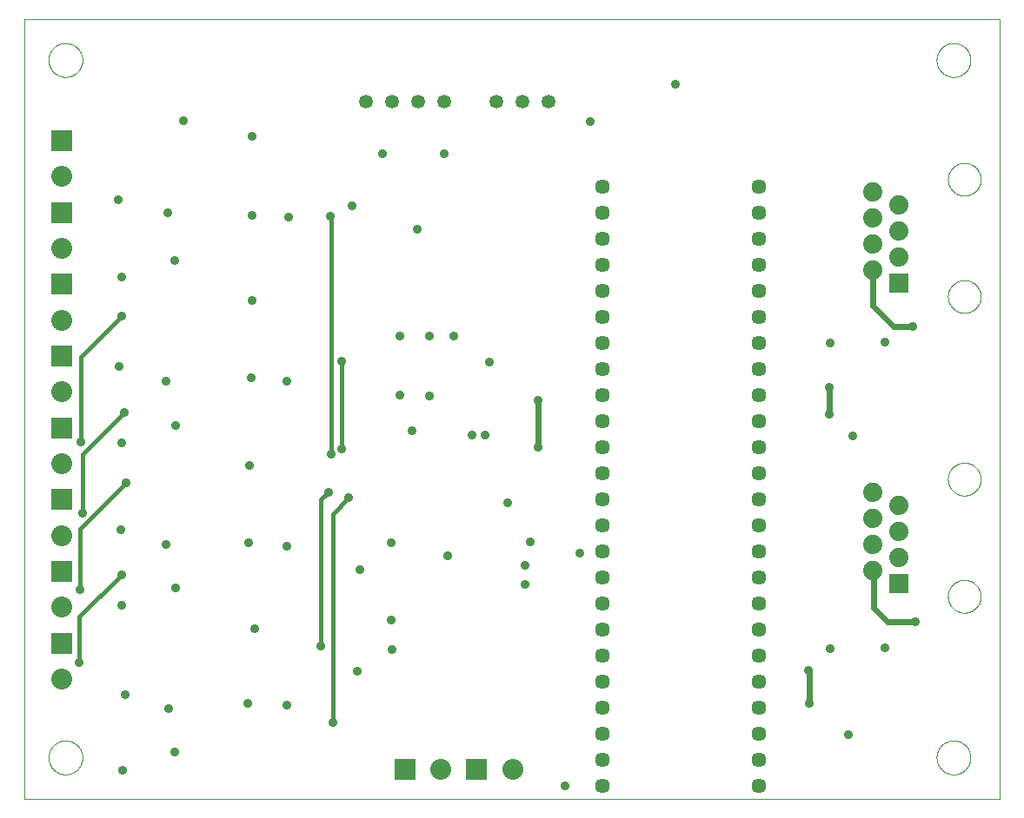
<source format=gbl>
G75*
%MOIN*%
%OFA0B0*%
%FSLAX25Y25*%
%IPPOS*%
%LPD*%
%AMOC8*
5,1,8,0,0,1.08239X$1,22.5*
%
%ADD10C,0.00000*%
%ADD11R,0.07400X0.07400*%
%ADD12C,0.07400*%
%ADD13C,0.03562*%
%ADD14R,0.08000X0.08000*%
%ADD15C,0.08000*%
%ADD16C,0.05700*%
%ADD17C,0.05315*%
%ADD18C,0.03543*%
%ADD19C,0.01600*%
%ADD20C,0.02400*%
D10*
X0001800Y0015403D02*
X0375816Y0015403D01*
X0375816Y0314615D01*
X0001800Y0314615D01*
X0001800Y0015403D01*
X0011048Y0031151D02*
X0011050Y0031312D01*
X0011056Y0031472D01*
X0011066Y0031633D01*
X0011080Y0031793D01*
X0011098Y0031953D01*
X0011119Y0032112D01*
X0011145Y0032271D01*
X0011175Y0032429D01*
X0011208Y0032586D01*
X0011246Y0032743D01*
X0011287Y0032898D01*
X0011332Y0033052D01*
X0011381Y0033205D01*
X0011434Y0033357D01*
X0011490Y0033508D01*
X0011551Y0033657D01*
X0011614Y0033805D01*
X0011682Y0033951D01*
X0011753Y0034095D01*
X0011827Y0034237D01*
X0011905Y0034378D01*
X0011987Y0034516D01*
X0012072Y0034653D01*
X0012160Y0034787D01*
X0012252Y0034919D01*
X0012347Y0035049D01*
X0012445Y0035177D01*
X0012546Y0035302D01*
X0012650Y0035424D01*
X0012757Y0035544D01*
X0012867Y0035661D01*
X0012980Y0035776D01*
X0013096Y0035887D01*
X0013215Y0035996D01*
X0013336Y0036101D01*
X0013460Y0036204D01*
X0013586Y0036304D01*
X0013714Y0036400D01*
X0013845Y0036493D01*
X0013979Y0036583D01*
X0014114Y0036670D01*
X0014252Y0036753D01*
X0014391Y0036833D01*
X0014533Y0036909D01*
X0014676Y0036982D01*
X0014821Y0037051D01*
X0014968Y0037117D01*
X0015116Y0037179D01*
X0015266Y0037237D01*
X0015417Y0037292D01*
X0015570Y0037343D01*
X0015724Y0037390D01*
X0015879Y0037433D01*
X0016035Y0037472D01*
X0016191Y0037508D01*
X0016349Y0037539D01*
X0016507Y0037567D01*
X0016666Y0037591D01*
X0016826Y0037611D01*
X0016986Y0037627D01*
X0017146Y0037639D01*
X0017307Y0037647D01*
X0017468Y0037651D01*
X0017628Y0037651D01*
X0017789Y0037647D01*
X0017950Y0037639D01*
X0018110Y0037627D01*
X0018270Y0037611D01*
X0018430Y0037591D01*
X0018589Y0037567D01*
X0018747Y0037539D01*
X0018905Y0037508D01*
X0019061Y0037472D01*
X0019217Y0037433D01*
X0019372Y0037390D01*
X0019526Y0037343D01*
X0019679Y0037292D01*
X0019830Y0037237D01*
X0019980Y0037179D01*
X0020128Y0037117D01*
X0020275Y0037051D01*
X0020420Y0036982D01*
X0020563Y0036909D01*
X0020705Y0036833D01*
X0020844Y0036753D01*
X0020982Y0036670D01*
X0021117Y0036583D01*
X0021251Y0036493D01*
X0021382Y0036400D01*
X0021510Y0036304D01*
X0021636Y0036204D01*
X0021760Y0036101D01*
X0021881Y0035996D01*
X0022000Y0035887D01*
X0022116Y0035776D01*
X0022229Y0035661D01*
X0022339Y0035544D01*
X0022446Y0035424D01*
X0022550Y0035302D01*
X0022651Y0035177D01*
X0022749Y0035049D01*
X0022844Y0034919D01*
X0022936Y0034787D01*
X0023024Y0034653D01*
X0023109Y0034516D01*
X0023191Y0034378D01*
X0023269Y0034237D01*
X0023343Y0034095D01*
X0023414Y0033951D01*
X0023482Y0033805D01*
X0023545Y0033657D01*
X0023606Y0033508D01*
X0023662Y0033357D01*
X0023715Y0033205D01*
X0023764Y0033052D01*
X0023809Y0032898D01*
X0023850Y0032743D01*
X0023888Y0032586D01*
X0023921Y0032429D01*
X0023951Y0032271D01*
X0023977Y0032112D01*
X0023998Y0031953D01*
X0024016Y0031793D01*
X0024030Y0031633D01*
X0024040Y0031472D01*
X0024046Y0031312D01*
X0024048Y0031151D01*
X0024046Y0030990D01*
X0024040Y0030830D01*
X0024030Y0030669D01*
X0024016Y0030509D01*
X0023998Y0030349D01*
X0023977Y0030190D01*
X0023951Y0030031D01*
X0023921Y0029873D01*
X0023888Y0029716D01*
X0023850Y0029559D01*
X0023809Y0029404D01*
X0023764Y0029250D01*
X0023715Y0029097D01*
X0023662Y0028945D01*
X0023606Y0028794D01*
X0023545Y0028645D01*
X0023482Y0028497D01*
X0023414Y0028351D01*
X0023343Y0028207D01*
X0023269Y0028065D01*
X0023191Y0027924D01*
X0023109Y0027786D01*
X0023024Y0027649D01*
X0022936Y0027515D01*
X0022844Y0027383D01*
X0022749Y0027253D01*
X0022651Y0027125D01*
X0022550Y0027000D01*
X0022446Y0026878D01*
X0022339Y0026758D01*
X0022229Y0026641D01*
X0022116Y0026526D01*
X0022000Y0026415D01*
X0021881Y0026306D01*
X0021760Y0026201D01*
X0021636Y0026098D01*
X0021510Y0025998D01*
X0021382Y0025902D01*
X0021251Y0025809D01*
X0021117Y0025719D01*
X0020982Y0025632D01*
X0020844Y0025549D01*
X0020705Y0025469D01*
X0020563Y0025393D01*
X0020420Y0025320D01*
X0020275Y0025251D01*
X0020128Y0025185D01*
X0019980Y0025123D01*
X0019830Y0025065D01*
X0019679Y0025010D01*
X0019526Y0024959D01*
X0019372Y0024912D01*
X0019217Y0024869D01*
X0019061Y0024830D01*
X0018905Y0024794D01*
X0018747Y0024763D01*
X0018589Y0024735D01*
X0018430Y0024711D01*
X0018270Y0024691D01*
X0018110Y0024675D01*
X0017950Y0024663D01*
X0017789Y0024655D01*
X0017628Y0024651D01*
X0017468Y0024651D01*
X0017307Y0024655D01*
X0017146Y0024663D01*
X0016986Y0024675D01*
X0016826Y0024691D01*
X0016666Y0024711D01*
X0016507Y0024735D01*
X0016349Y0024763D01*
X0016191Y0024794D01*
X0016035Y0024830D01*
X0015879Y0024869D01*
X0015724Y0024912D01*
X0015570Y0024959D01*
X0015417Y0025010D01*
X0015266Y0025065D01*
X0015116Y0025123D01*
X0014968Y0025185D01*
X0014821Y0025251D01*
X0014676Y0025320D01*
X0014533Y0025393D01*
X0014391Y0025469D01*
X0014252Y0025549D01*
X0014114Y0025632D01*
X0013979Y0025719D01*
X0013845Y0025809D01*
X0013714Y0025902D01*
X0013586Y0025998D01*
X0013460Y0026098D01*
X0013336Y0026201D01*
X0013215Y0026306D01*
X0013096Y0026415D01*
X0012980Y0026526D01*
X0012867Y0026641D01*
X0012757Y0026758D01*
X0012650Y0026878D01*
X0012546Y0027000D01*
X0012445Y0027125D01*
X0012347Y0027253D01*
X0012252Y0027383D01*
X0012160Y0027515D01*
X0012072Y0027649D01*
X0011987Y0027786D01*
X0011905Y0027924D01*
X0011827Y0028065D01*
X0011753Y0028207D01*
X0011682Y0028351D01*
X0011614Y0028497D01*
X0011551Y0028645D01*
X0011490Y0028794D01*
X0011434Y0028945D01*
X0011381Y0029097D01*
X0011332Y0029250D01*
X0011287Y0029404D01*
X0011246Y0029559D01*
X0011208Y0029716D01*
X0011175Y0029873D01*
X0011145Y0030031D01*
X0011119Y0030190D01*
X0011098Y0030349D01*
X0011080Y0030509D01*
X0011066Y0030669D01*
X0011056Y0030830D01*
X0011050Y0030990D01*
X0011048Y0031151D01*
X0011048Y0298867D02*
X0011050Y0299028D01*
X0011056Y0299188D01*
X0011066Y0299349D01*
X0011080Y0299509D01*
X0011098Y0299669D01*
X0011119Y0299828D01*
X0011145Y0299987D01*
X0011175Y0300145D01*
X0011208Y0300302D01*
X0011246Y0300459D01*
X0011287Y0300614D01*
X0011332Y0300768D01*
X0011381Y0300921D01*
X0011434Y0301073D01*
X0011490Y0301224D01*
X0011551Y0301373D01*
X0011614Y0301521D01*
X0011682Y0301667D01*
X0011753Y0301811D01*
X0011827Y0301953D01*
X0011905Y0302094D01*
X0011987Y0302232D01*
X0012072Y0302369D01*
X0012160Y0302503D01*
X0012252Y0302635D01*
X0012347Y0302765D01*
X0012445Y0302893D01*
X0012546Y0303018D01*
X0012650Y0303140D01*
X0012757Y0303260D01*
X0012867Y0303377D01*
X0012980Y0303492D01*
X0013096Y0303603D01*
X0013215Y0303712D01*
X0013336Y0303817D01*
X0013460Y0303920D01*
X0013586Y0304020D01*
X0013714Y0304116D01*
X0013845Y0304209D01*
X0013979Y0304299D01*
X0014114Y0304386D01*
X0014252Y0304469D01*
X0014391Y0304549D01*
X0014533Y0304625D01*
X0014676Y0304698D01*
X0014821Y0304767D01*
X0014968Y0304833D01*
X0015116Y0304895D01*
X0015266Y0304953D01*
X0015417Y0305008D01*
X0015570Y0305059D01*
X0015724Y0305106D01*
X0015879Y0305149D01*
X0016035Y0305188D01*
X0016191Y0305224D01*
X0016349Y0305255D01*
X0016507Y0305283D01*
X0016666Y0305307D01*
X0016826Y0305327D01*
X0016986Y0305343D01*
X0017146Y0305355D01*
X0017307Y0305363D01*
X0017468Y0305367D01*
X0017628Y0305367D01*
X0017789Y0305363D01*
X0017950Y0305355D01*
X0018110Y0305343D01*
X0018270Y0305327D01*
X0018430Y0305307D01*
X0018589Y0305283D01*
X0018747Y0305255D01*
X0018905Y0305224D01*
X0019061Y0305188D01*
X0019217Y0305149D01*
X0019372Y0305106D01*
X0019526Y0305059D01*
X0019679Y0305008D01*
X0019830Y0304953D01*
X0019980Y0304895D01*
X0020128Y0304833D01*
X0020275Y0304767D01*
X0020420Y0304698D01*
X0020563Y0304625D01*
X0020705Y0304549D01*
X0020844Y0304469D01*
X0020982Y0304386D01*
X0021117Y0304299D01*
X0021251Y0304209D01*
X0021382Y0304116D01*
X0021510Y0304020D01*
X0021636Y0303920D01*
X0021760Y0303817D01*
X0021881Y0303712D01*
X0022000Y0303603D01*
X0022116Y0303492D01*
X0022229Y0303377D01*
X0022339Y0303260D01*
X0022446Y0303140D01*
X0022550Y0303018D01*
X0022651Y0302893D01*
X0022749Y0302765D01*
X0022844Y0302635D01*
X0022936Y0302503D01*
X0023024Y0302369D01*
X0023109Y0302232D01*
X0023191Y0302094D01*
X0023269Y0301953D01*
X0023343Y0301811D01*
X0023414Y0301667D01*
X0023482Y0301521D01*
X0023545Y0301373D01*
X0023606Y0301224D01*
X0023662Y0301073D01*
X0023715Y0300921D01*
X0023764Y0300768D01*
X0023809Y0300614D01*
X0023850Y0300459D01*
X0023888Y0300302D01*
X0023921Y0300145D01*
X0023951Y0299987D01*
X0023977Y0299828D01*
X0023998Y0299669D01*
X0024016Y0299509D01*
X0024030Y0299349D01*
X0024040Y0299188D01*
X0024046Y0299028D01*
X0024048Y0298867D01*
X0024046Y0298706D01*
X0024040Y0298546D01*
X0024030Y0298385D01*
X0024016Y0298225D01*
X0023998Y0298065D01*
X0023977Y0297906D01*
X0023951Y0297747D01*
X0023921Y0297589D01*
X0023888Y0297432D01*
X0023850Y0297275D01*
X0023809Y0297120D01*
X0023764Y0296966D01*
X0023715Y0296813D01*
X0023662Y0296661D01*
X0023606Y0296510D01*
X0023545Y0296361D01*
X0023482Y0296213D01*
X0023414Y0296067D01*
X0023343Y0295923D01*
X0023269Y0295781D01*
X0023191Y0295640D01*
X0023109Y0295502D01*
X0023024Y0295365D01*
X0022936Y0295231D01*
X0022844Y0295099D01*
X0022749Y0294969D01*
X0022651Y0294841D01*
X0022550Y0294716D01*
X0022446Y0294594D01*
X0022339Y0294474D01*
X0022229Y0294357D01*
X0022116Y0294242D01*
X0022000Y0294131D01*
X0021881Y0294022D01*
X0021760Y0293917D01*
X0021636Y0293814D01*
X0021510Y0293714D01*
X0021382Y0293618D01*
X0021251Y0293525D01*
X0021117Y0293435D01*
X0020982Y0293348D01*
X0020844Y0293265D01*
X0020705Y0293185D01*
X0020563Y0293109D01*
X0020420Y0293036D01*
X0020275Y0292967D01*
X0020128Y0292901D01*
X0019980Y0292839D01*
X0019830Y0292781D01*
X0019679Y0292726D01*
X0019526Y0292675D01*
X0019372Y0292628D01*
X0019217Y0292585D01*
X0019061Y0292546D01*
X0018905Y0292510D01*
X0018747Y0292479D01*
X0018589Y0292451D01*
X0018430Y0292427D01*
X0018270Y0292407D01*
X0018110Y0292391D01*
X0017950Y0292379D01*
X0017789Y0292371D01*
X0017628Y0292367D01*
X0017468Y0292367D01*
X0017307Y0292371D01*
X0017146Y0292379D01*
X0016986Y0292391D01*
X0016826Y0292407D01*
X0016666Y0292427D01*
X0016507Y0292451D01*
X0016349Y0292479D01*
X0016191Y0292510D01*
X0016035Y0292546D01*
X0015879Y0292585D01*
X0015724Y0292628D01*
X0015570Y0292675D01*
X0015417Y0292726D01*
X0015266Y0292781D01*
X0015116Y0292839D01*
X0014968Y0292901D01*
X0014821Y0292967D01*
X0014676Y0293036D01*
X0014533Y0293109D01*
X0014391Y0293185D01*
X0014252Y0293265D01*
X0014114Y0293348D01*
X0013979Y0293435D01*
X0013845Y0293525D01*
X0013714Y0293618D01*
X0013586Y0293714D01*
X0013460Y0293814D01*
X0013336Y0293917D01*
X0013215Y0294022D01*
X0013096Y0294131D01*
X0012980Y0294242D01*
X0012867Y0294357D01*
X0012757Y0294474D01*
X0012650Y0294594D01*
X0012546Y0294716D01*
X0012445Y0294841D01*
X0012347Y0294969D01*
X0012252Y0295099D01*
X0012160Y0295231D01*
X0012072Y0295365D01*
X0011987Y0295502D01*
X0011905Y0295640D01*
X0011827Y0295781D01*
X0011753Y0295923D01*
X0011682Y0296067D01*
X0011614Y0296213D01*
X0011551Y0296361D01*
X0011490Y0296510D01*
X0011434Y0296661D01*
X0011381Y0296813D01*
X0011332Y0296966D01*
X0011287Y0297120D01*
X0011246Y0297275D01*
X0011208Y0297432D01*
X0011175Y0297589D01*
X0011145Y0297747D01*
X0011119Y0297906D01*
X0011098Y0298065D01*
X0011080Y0298225D01*
X0011066Y0298385D01*
X0011056Y0298546D01*
X0011050Y0298706D01*
X0011048Y0298867D01*
X0351599Y0298867D02*
X0351601Y0299028D01*
X0351607Y0299188D01*
X0351617Y0299349D01*
X0351631Y0299509D01*
X0351649Y0299669D01*
X0351670Y0299828D01*
X0351696Y0299987D01*
X0351726Y0300145D01*
X0351759Y0300302D01*
X0351797Y0300459D01*
X0351838Y0300614D01*
X0351883Y0300768D01*
X0351932Y0300921D01*
X0351985Y0301073D01*
X0352041Y0301224D01*
X0352102Y0301373D01*
X0352165Y0301521D01*
X0352233Y0301667D01*
X0352304Y0301811D01*
X0352378Y0301953D01*
X0352456Y0302094D01*
X0352538Y0302232D01*
X0352623Y0302369D01*
X0352711Y0302503D01*
X0352803Y0302635D01*
X0352898Y0302765D01*
X0352996Y0302893D01*
X0353097Y0303018D01*
X0353201Y0303140D01*
X0353308Y0303260D01*
X0353418Y0303377D01*
X0353531Y0303492D01*
X0353647Y0303603D01*
X0353766Y0303712D01*
X0353887Y0303817D01*
X0354011Y0303920D01*
X0354137Y0304020D01*
X0354265Y0304116D01*
X0354396Y0304209D01*
X0354530Y0304299D01*
X0354665Y0304386D01*
X0354803Y0304469D01*
X0354942Y0304549D01*
X0355084Y0304625D01*
X0355227Y0304698D01*
X0355372Y0304767D01*
X0355519Y0304833D01*
X0355667Y0304895D01*
X0355817Y0304953D01*
X0355968Y0305008D01*
X0356121Y0305059D01*
X0356275Y0305106D01*
X0356430Y0305149D01*
X0356586Y0305188D01*
X0356742Y0305224D01*
X0356900Y0305255D01*
X0357058Y0305283D01*
X0357217Y0305307D01*
X0357377Y0305327D01*
X0357537Y0305343D01*
X0357697Y0305355D01*
X0357858Y0305363D01*
X0358019Y0305367D01*
X0358179Y0305367D01*
X0358340Y0305363D01*
X0358501Y0305355D01*
X0358661Y0305343D01*
X0358821Y0305327D01*
X0358981Y0305307D01*
X0359140Y0305283D01*
X0359298Y0305255D01*
X0359456Y0305224D01*
X0359612Y0305188D01*
X0359768Y0305149D01*
X0359923Y0305106D01*
X0360077Y0305059D01*
X0360230Y0305008D01*
X0360381Y0304953D01*
X0360531Y0304895D01*
X0360679Y0304833D01*
X0360826Y0304767D01*
X0360971Y0304698D01*
X0361114Y0304625D01*
X0361256Y0304549D01*
X0361395Y0304469D01*
X0361533Y0304386D01*
X0361668Y0304299D01*
X0361802Y0304209D01*
X0361933Y0304116D01*
X0362061Y0304020D01*
X0362187Y0303920D01*
X0362311Y0303817D01*
X0362432Y0303712D01*
X0362551Y0303603D01*
X0362667Y0303492D01*
X0362780Y0303377D01*
X0362890Y0303260D01*
X0362997Y0303140D01*
X0363101Y0303018D01*
X0363202Y0302893D01*
X0363300Y0302765D01*
X0363395Y0302635D01*
X0363487Y0302503D01*
X0363575Y0302369D01*
X0363660Y0302232D01*
X0363742Y0302094D01*
X0363820Y0301953D01*
X0363894Y0301811D01*
X0363965Y0301667D01*
X0364033Y0301521D01*
X0364096Y0301373D01*
X0364157Y0301224D01*
X0364213Y0301073D01*
X0364266Y0300921D01*
X0364315Y0300768D01*
X0364360Y0300614D01*
X0364401Y0300459D01*
X0364439Y0300302D01*
X0364472Y0300145D01*
X0364502Y0299987D01*
X0364528Y0299828D01*
X0364549Y0299669D01*
X0364567Y0299509D01*
X0364581Y0299349D01*
X0364591Y0299188D01*
X0364597Y0299028D01*
X0364599Y0298867D01*
X0364597Y0298706D01*
X0364591Y0298546D01*
X0364581Y0298385D01*
X0364567Y0298225D01*
X0364549Y0298065D01*
X0364528Y0297906D01*
X0364502Y0297747D01*
X0364472Y0297589D01*
X0364439Y0297432D01*
X0364401Y0297275D01*
X0364360Y0297120D01*
X0364315Y0296966D01*
X0364266Y0296813D01*
X0364213Y0296661D01*
X0364157Y0296510D01*
X0364096Y0296361D01*
X0364033Y0296213D01*
X0363965Y0296067D01*
X0363894Y0295923D01*
X0363820Y0295781D01*
X0363742Y0295640D01*
X0363660Y0295502D01*
X0363575Y0295365D01*
X0363487Y0295231D01*
X0363395Y0295099D01*
X0363300Y0294969D01*
X0363202Y0294841D01*
X0363101Y0294716D01*
X0362997Y0294594D01*
X0362890Y0294474D01*
X0362780Y0294357D01*
X0362667Y0294242D01*
X0362551Y0294131D01*
X0362432Y0294022D01*
X0362311Y0293917D01*
X0362187Y0293814D01*
X0362061Y0293714D01*
X0361933Y0293618D01*
X0361802Y0293525D01*
X0361668Y0293435D01*
X0361533Y0293348D01*
X0361395Y0293265D01*
X0361256Y0293185D01*
X0361114Y0293109D01*
X0360971Y0293036D01*
X0360826Y0292967D01*
X0360679Y0292901D01*
X0360531Y0292839D01*
X0360381Y0292781D01*
X0360230Y0292726D01*
X0360077Y0292675D01*
X0359923Y0292628D01*
X0359768Y0292585D01*
X0359612Y0292546D01*
X0359456Y0292510D01*
X0359298Y0292479D01*
X0359140Y0292451D01*
X0358981Y0292427D01*
X0358821Y0292407D01*
X0358661Y0292391D01*
X0358501Y0292379D01*
X0358340Y0292371D01*
X0358179Y0292367D01*
X0358019Y0292367D01*
X0357858Y0292371D01*
X0357697Y0292379D01*
X0357537Y0292391D01*
X0357377Y0292407D01*
X0357217Y0292427D01*
X0357058Y0292451D01*
X0356900Y0292479D01*
X0356742Y0292510D01*
X0356586Y0292546D01*
X0356430Y0292585D01*
X0356275Y0292628D01*
X0356121Y0292675D01*
X0355968Y0292726D01*
X0355817Y0292781D01*
X0355667Y0292839D01*
X0355519Y0292901D01*
X0355372Y0292967D01*
X0355227Y0293036D01*
X0355084Y0293109D01*
X0354942Y0293185D01*
X0354803Y0293265D01*
X0354665Y0293348D01*
X0354530Y0293435D01*
X0354396Y0293525D01*
X0354265Y0293618D01*
X0354137Y0293714D01*
X0354011Y0293814D01*
X0353887Y0293917D01*
X0353766Y0294022D01*
X0353647Y0294131D01*
X0353531Y0294242D01*
X0353418Y0294357D01*
X0353308Y0294474D01*
X0353201Y0294594D01*
X0353097Y0294716D01*
X0352996Y0294841D01*
X0352898Y0294969D01*
X0352803Y0295099D01*
X0352711Y0295231D01*
X0352623Y0295365D01*
X0352538Y0295502D01*
X0352456Y0295640D01*
X0352378Y0295781D01*
X0352304Y0295923D01*
X0352233Y0296067D01*
X0352165Y0296213D01*
X0352102Y0296361D01*
X0352041Y0296510D01*
X0351985Y0296661D01*
X0351932Y0296813D01*
X0351883Y0296966D01*
X0351838Y0297120D01*
X0351797Y0297275D01*
X0351759Y0297432D01*
X0351726Y0297589D01*
X0351696Y0297747D01*
X0351670Y0297906D01*
X0351649Y0298065D01*
X0351631Y0298225D01*
X0351617Y0298385D01*
X0351607Y0298546D01*
X0351601Y0298706D01*
X0351599Y0298867D01*
X0355934Y0253100D02*
X0355936Y0253258D01*
X0355942Y0253416D01*
X0355952Y0253574D01*
X0355966Y0253732D01*
X0355984Y0253889D01*
X0356005Y0254046D01*
X0356031Y0254202D01*
X0356061Y0254358D01*
X0356094Y0254513D01*
X0356132Y0254666D01*
X0356173Y0254819D01*
X0356218Y0254971D01*
X0356267Y0255122D01*
X0356320Y0255271D01*
X0356376Y0255419D01*
X0356436Y0255565D01*
X0356500Y0255710D01*
X0356568Y0255853D01*
X0356639Y0255995D01*
X0356713Y0256135D01*
X0356791Y0256272D01*
X0356873Y0256408D01*
X0356957Y0256542D01*
X0357046Y0256673D01*
X0357137Y0256802D01*
X0357232Y0256929D01*
X0357329Y0257054D01*
X0357430Y0257176D01*
X0357534Y0257295D01*
X0357641Y0257412D01*
X0357751Y0257526D01*
X0357864Y0257637D01*
X0357979Y0257746D01*
X0358097Y0257851D01*
X0358218Y0257953D01*
X0358341Y0258053D01*
X0358467Y0258149D01*
X0358595Y0258242D01*
X0358725Y0258332D01*
X0358858Y0258418D01*
X0358993Y0258502D01*
X0359129Y0258581D01*
X0359268Y0258658D01*
X0359409Y0258730D01*
X0359551Y0258800D01*
X0359695Y0258865D01*
X0359841Y0258927D01*
X0359988Y0258985D01*
X0360137Y0259040D01*
X0360287Y0259091D01*
X0360438Y0259138D01*
X0360590Y0259181D01*
X0360743Y0259220D01*
X0360898Y0259256D01*
X0361053Y0259287D01*
X0361209Y0259315D01*
X0361365Y0259339D01*
X0361522Y0259359D01*
X0361680Y0259375D01*
X0361837Y0259387D01*
X0361996Y0259395D01*
X0362154Y0259399D01*
X0362312Y0259399D01*
X0362470Y0259395D01*
X0362629Y0259387D01*
X0362786Y0259375D01*
X0362944Y0259359D01*
X0363101Y0259339D01*
X0363257Y0259315D01*
X0363413Y0259287D01*
X0363568Y0259256D01*
X0363723Y0259220D01*
X0363876Y0259181D01*
X0364028Y0259138D01*
X0364179Y0259091D01*
X0364329Y0259040D01*
X0364478Y0258985D01*
X0364625Y0258927D01*
X0364771Y0258865D01*
X0364915Y0258800D01*
X0365057Y0258730D01*
X0365198Y0258658D01*
X0365337Y0258581D01*
X0365473Y0258502D01*
X0365608Y0258418D01*
X0365741Y0258332D01*
X0365871Y0258242D01*
X0365999Y0258149D01*
X0366125Y0258053D01*
X0366248Y0257953D01*
X0366369Y0257851D01*
X0366487Y0257746D01*
X0366602Y0257637D01*
X0366715Y0257526D01*
X0366825Y0257412D01*
X0366932Y0257295D01*
X0367036Y0257176D01*
X0367137Y0257054D01*
X0367234Y0256929D01*
X0367329Y0256802D01*
X0367420Y0256673D01*
X0367509Y0256542D01*
X0367593Y0256408D01*
X0367675Y0256272D01*
X0367753Y0256135D01*
X0367827Y0255995D01*
X0367898Y0255853D01*
X0367966Y0255710D01*
X0368030Y0255565D01*
X0368090Y0255419D01*
X0368146Y0255271D01*
X0368199Y0255122D01*
X0368248Y0254971D01*
X0368293Y0254819D01*
X0368334Y0254666D01*
X0368372Y0254513D01*
X0368405Y0254358D01*
X0368435Y0254202D01*
X0368461Y0254046D01*
X0368482Y0253889D01*
X0368500Y0253732D01*
X0368514Y0253574D01*
X0368524Y0253416D01*
X0368530Y0253258D01*
X0368532Y0253100D01*
X0368530Y0252942D01*
X0368524Y0252784D01*
X0368514Y0252626D01*
X0368500Y0252468D01*
X0368482Y0252311D01*
X0368461Y0252154D01*
X0368435Y0251998D01*
X0368405Y0251842D01*
X0368372Y0251687D01*
X0368334Y0251534D01*
X0368293Y0251381D01*
X0368248Y0251229D01*
X0368199Y0251078D01*
X0368146Y0250929D01*
X0368090Y0250781D01*
X0368030Y0250635D01*
X0367966Y0250490D01*
X0367898Y0250347D01*
X0367827Y0250205D01*
X0367753Y0250065D01*
X0367675Y0249928D01*
X0367593Y0249792D01*
X0367509Y0249658D01*
X0367420Y0249527D01*
X0367329Y0249398D01*
X0367234Y0249271D01*
X0367137Y0249146D01*
X0367036Y0249024D01*
X0366932Y0248905D01*
X0366825Y0248788D01*
X0366715Y0248674D01*
X0366602Y0248563D01*
X0366487Y0248454D01*
X0366369Y0248349D01*
X0366248Y0248247D01*
X0366125Y0248147D01*
X0365999Y0248051D01*
X0365871Y0247958D01*
X0365741Y0247868D01*
X0365608Y0247782D01*
X0365473Y0247698D01*
X0365337Y0247619D01*
X0365198Y0247542D01*
X0365057Y0247470D01*
X0364915Y0247400D01*
X0364771Y0247335D01*
X0364625Y0247273D01*
X0364478Y0247215D01*
X0364329Y0247160D01*
X0364179Y0247109D01*
X0364028Y0247062D01*
X0363876Y0247019D01*
X0363723Y0246980D01*
X0363568Y0246944D01*
X0363413Y0246913D01*
X0363257Y0246885D01*
X0363101Y0246861D01*
X0362944Y0246841D01*
X0362786Y0246825D01*
X0362629Y0246813D01*
X0362470Y0246805D01*
X0362312Y0246801D01*
X0362154Y0246801D01*
X0361996Y0246805D01*
X0361837Y0246813D01*
X0361680Y0246825D01*
X0361522Y0246841D01*
X0361365Y0246861D01*
X0361209Y0246885D01*
X0361053Y0246913D01*
X0360898Y0246944D01*
X0360743Y0246980D01*
X0360590Y0247019D01*
X0360438Y0247062D01*
X0360287Y0247109D01*
X0360137Y0247160D01*
X0359988Y0247215D01*
X0359841Y0247273D01*
X0359695Y0247335D01*
X0359551Y0247400D01*
X0359409Y0247470D01*
X0359268Y0247542D01*
X0359129Y0247619D01*
X0358993Y0247698D01*
X0358858Y0247782D01*
X0358725Y0247868D01*
X0358595Y0247958D01*
X0358467Y0248051D01*
X0358341Y0248147D01*
X0358218Y0248247D01*
X0358097Y0248349D01*
X0357979Y0248454D01*
X0357864Y0248563D01*
X0357751Y0248674D01*
X0357641Y0248788D01*
X0357534Y0248905D01*
X0357430Y0249024D01*
X0357329Y0249146D01*
X0357232Y0249271D01*
X0357137Y0249398D01*
X0357046Y0249527D01*
X0356957Y0249658D01*
X0356873Y0249792D01*
X0356791Y0249928D01*
X0356713Y0250065D01*
X0356639Y0250205D01*
X0356568Y0250347D01*
X0356500Y0250490D01*
X0356436Y0250635D01*
X0356376Y0250781D01*
X0356320Y0250929D01*
X0356267Y0251078D01*
X0356218Y0251229D01*
X0356173Y0251381D01*
X0356132Y0251534D01*
X0356094Y0251687D01*
X0356061Y0251842D01*
X0356031Y0251998D01*
X0356005Y0252154D01*
X0355984Y0252311D01*
X0355966Y0252468D01*
X0355952Y0252626D01*
X0355942Y0252784D01*
X0355936Y0252942D01*
X0355934Y0253100D01*
X0355934Y0208100D02*
X0355936Y0208258D01*
X0355942Y0208416D01*
X0355952Y0208574D01*
X0355966Y0208732D01*
X0355984Y0208889D01*
X0356005Y0209046D01*
X0356031Y0209202D01*
X0356061Y0209358D01*
X0356094Y0209513D01*
X0356132Y0209666D01*
X0356173Y0209819D01*
X0356218Y0209971D01*
X0356267Y0210122D01*
X0356320Y0210271D01*
X0356376Y0210419D01*
X0356436Y0210565D01*
X0356500Y0210710D01*
X0356568Y0210853D01*
X0356639Y0210995D01*
X0356713Y0211135D01*
X0356791Y0211272D01*
X0356873Y0211408D01*
X0356957Y0211542D01*
X0357046Y0211673D01*
X0357137Y0211802D01*
X0357232Y0211929D01*
X0357329Y0212054D01*
X0357430Y0212176D01*
X0357534Y0212295D01*
X0357641Y0212412D01*
X0357751Y0212526D01*
X0357864Y0212637D01*
X0357979Y0212746D01*
X0358097Y0212851D01*
X0358218Y0212953D01*
X0358341Y0213053D01*
X0358467Y0213149D01*
X0358595Y0213242D01*
X0358725Y0213332D01*
X0358858Y0213418D01*
X0358993Y0213502D01*
X0359129Y0213581D01*
X0359268Y0213658D01*
X0359409Y0213730D01*
X0359551Y0213800D01*
X0359695Y0213865D01*
X0359841Y0213927D01*
X0359988Y0213985D01*
X0360137Y0214040D01*
X0360287Y0214091D01*
X0360438Y0214138D01*
X0360590Y0214181D01*
X0360743Y0214220D01*
X0360898Y0214256D01*
X0361053Y0214287D01*
X0361209Y0214315D01*
X0361365Y0214339D01*
X0361522Y0214359D01*
X0361680Y0214375D01*
X0361837Y0214387D01*
X0361996Y0214395D01*
X0362154Y0214399D01*
X0362312Y0214399D01*
X0362470Y0214395D01*
X0362629Y0214387D01*
X0362786Y0214375D01*
X0362944Y0214359D01*
X0363101Y0214339D01*
X0363257Y0214315D01*
X0363413Y0214287D01*
X0363568Y0214256D01*
X0363723Y0214220D01*
X0363876Y0214181D01*
X0364028Y0214138D01*
X0364179Y0214091D01*
X0364329Y0214040D01*
X0364478Y0213985D01*
X0364625Y0213927D01*
X0364771Y0213865D01*
X0364915Y0213800D01*
X0365057Y0213730D01*
X0365198Y0213658D01*
X0365337Y0213581D01*
X0365473Y0213502D01*
X0365608Y0213418D01*
X0365741Y0213332D01*
X0365871Y0213242D01*
X0365999Y0213149D01*
X0366125Y0213053D01*
X0366248Y0212953D01*
X0366369Y0212851D01*
X0366487Y0212746D01*
X0366602Y0212637D01*
X0366715Y0212526D01*
X0366825Y0212412D01*
X0366932Y0212295D01*
X0367036Y0212176D01*
X0367137Y0212054D01*
X0367234Y0211929D01*
X0367329Y0211802D01*
X0367420Y0211673D01*
X0367509Y0211542D01*
X0367593Y0211408D01*
X0367675Y0211272D01*
X0367753Y0211135D01*
X0367827Y0210995D01*
X0367898Y0210853D01*
X0367966Y0210710D01*
X0368030Y0210565D01*
X0368090Y0210419D01*
X0368146Y0210271D01*
X0368199Y0210122D01*
X0368248Y0209971D01*
X0368293Y0209819D01*
X0368334Y0209666D01*
X0368372Y0209513D01*
X0368405Y0209358D01*
X0368435Y0209202D01*
X0368461Y0209046D01*
X0368482Y0208889D01*
X0368500Y0208732D01*
X0368514Y0208574D01*
X0368524Y0208416D01*
X0368530Y0208258D01*
X0368532Y0208100D01*
X0368530Y0207942D01*
X0368524Y0207784D01*
X0368514Y0207626D01*
X0368500Y0207468D01*
X0368482Y0207311D01*
X0368461Y0207154D01*
X0368435Y0206998D01*
X0368405Y0206842D01*
X0368372Y0206687D01*
X0368334Y0206534D01*
X0368293Y0206381D01*
X0368248Y0206229D01*
X0368199Y0206078D01*
X0368146Y0205929D01*
X0368090Y0205781D01*
X0368030Y0205635D01*
X0367966Y0205490D01*
X0367898Y0205347D01*
X0367827Y0205205D01*
X0367753Y0205065D01*
X0367675Y0204928D01*
X0367593Y0204792D01*
X0367509Y0204658D01*
X0367420Y0204527D01*
X0367329Y0204398D01*
X0367234Y0204271D01*
X0367137Y0204146D01*
X0367036Y0204024D01*
X0366932Y0203905D01*
X0366825Y0203788D01*
X0366715Y0203674D01*
X0366602Y0203563D01*
X0366487Y0203454D01*
X0366369Y0203349D01*
X0366248Y0203247D01*
X0366125Y0203147D01*
X0365999Y0203051D01*
X0365871Y0202958D01*
X0365741Y0202868D01*
X0365608Y0202782D01*
X0365473Y0202698D01*
X0365337Y0202619D01*
X0365198Y0202542D01*
X0365057Y0202470D01*
X0364915Y0202400D01*
X0364771Y0202335D01*
X0364625Y0202273D01*
X0364478Y0202215D01*
X0364329Y0202160D01*
X0364179Y0202109D01*
X0364028Y0202062D01*
X0363876Y0202019D01*
X0363723Y0201980D01*
X0363568Y0201944D01*
X0363413Y0201913D01*
X0363257Y0201885D01*
X0363101Y0201861D01*
X0362944Y0201841D01*
X0362786Y0201825D01*
X0362629Y0201813D01*
X0362470Y0201805D01*
X0362312Y0201801D01*
X0362154Y0201801D01*
X0361996Y0201805D01*
X0361837Y0201813D01*
X0361680Y0201825D01*
X0361522Y0201841D01*
X0361365Y0201861D01*
X0361209Y0201885D01*
X0361053Y0201913D01*
X0360898Y0201944D01*
X0360743Y0201980D01*
X0360590Y0202019D01*
X0360438Y0202062D01*
X0360287Y0202109D01*
X0360137Y0202160D01*
X0359988Y0202215D01*
X0359841Y0202273D01*
X0359695Y0202335D01*
X0359551Y0202400D01*
X0359409Y0202470D01*
X0359268Y0202542D01*
X0359129Y0202619D01*
X0358993Y0202698D01*
X0358858Y0202782D01*
X0358725Y0202868D01*
X0358595Y0202958D01*
X0358467Y0203051D01*
X0358341Y0203147D01*
X0358218Y0203247D01*
X0358097Y0203349D01*
X0357979Y0203454D01*
X0357864Y0203563D01*
X0357751Y0203674D01*
X0357641Y0203788D01*
X0357534Y0203905D01*
X0357430Y0204024D01*
X0357329Y0204146D01*
X0357232Y0204271D01*
X0357137Y0204398D01*
X0357046Y0204527D01*
X0356957Y0204658D01*
X0356873Y0204792D01*
X0356791Y0204928D01*
X0356713Y0205065D01*
X0356639Y0205205D01*
X0356568Y0205347D01*
X0356500Y0205490D01*
X0356436Y0205635D01*
X0356376Y0205781D01*
X0356320Y0205929D01*
X0356267Y0206078D01*
X0356218Y0206229D01*
X0356173Y0206381D01*
X0356132Y0206534D01*
X0356094Y0206687D01*
X0356061Y0206842D01*
X0356031Y0206998D01*
X0356005Y0207154D01*
X0355984Y0207311D01*
X0355966Y0207468D01*
X0355952Y0207626D01*
X0355942Y0207784D01*
X0355936Y0207942D01*
X0355934Y0208100D01*
X0355934Y0137982D02*
X0355936Y0138140D01*
X0355942Y0138298D01*
X0355952Y0138456D01*
X0355966Y0138614D01*
X0355984Y0138771D01*
X0356005Y0138928D01*
X0356031Y0139084D01*
X0356061Y0139240D01*
X0356094Y0139395D01*
X0356132Y0139548D01*
X0356173Y0139701D01*
X0356218Y0139853D01*
X0356267Y0140004D01*
X0356320Y0140153D01*
X0356376Y0140301D01*
X0356436Y0140447D01*
X0356500Y0140592D01*
X0356568Y0140735D01*
X0356639Y0140877D01*
X0356713Y0141017D01*
X0356791Y0141154D01*
X0356873Y0141290D01*
X0356957Y0141424D01*
X0357046Y0141555D01*
X0357137Y0141684D01*
X0357232Y0141811D01*
X0357329Y0141936D01*
X0357430Y0142058D01*
X0357534Y0142177D01*
X0357641Y0142294D01*
X0357751Y0142408D01*
X0357864Y0142519D01*
X0357979Y0142628D01*
X0358097Y0142733D01*
X0358218Y0142835D01*
X0358341Y0142935D01*
X0358467Y0143031D01*
X0358595Y0143124D01*
X0358725Y0143214D01*
X0358858Y0143300D01*
X0358993Y0143384D01*
X0359129Y0143463D01*
X0359268Y0143540D01*
X0359409Y0143612D01*
X0359551Y0143682D01*
X0359695Y0143747D01*
X0359841Y0143809D01*
X0359988Y0143867D01*
X0360137Y0143922D01*
X0360287Y0143973D01*
X0360438Y0144020D01*
X0360590Y0144063D01*
X0360743Y0144102D01*
X0360898Y0144138D01*
X0361053Y0144169D01*
X0361209Y0144197D01*
X0361365Y0144221D01*
X0361522Y0144241D01*
X0361680Y0144257D01*
X0361837Y0144269D01*
X0361996Y0144277D01*
X0362154Y0144281D01*
X0362312Y0144281D01*
X0362470Y0144277D01*
X0362629Y0144269D01*
X0362786Y0144257D01*
X0362944Y0144241D01*
X0363101Y0144221D01*
X0363257Y0144197D01*
X0363413Y0144169D01*
X0363568Y0144138D01*
X0363723Y0144102D01*
X0363876Y0144063D01*
X0364028Y0144020D01*
X0364179Y0143973D01*
X0364329Y0143922D01*
X0364478Y0143867D01*
X0364625Y0143809D01*
X0364771Y0143747D01*
X0364915Y0143682D01*
X0365057Y0143612D01*
X0365198Y0143540D01*
X0365337Y0143463D01*
X0365473Y0143384D01*
X0365608Y0143300D01*
X0365741Y0143214D01*
X0365871Y0143124D01*
X0365999Y0143031D01*
X0366125Y0142935D01*
X0366248Y0142835D01*
X0366369Y0142733D01*
X0366487Y0142628D01*
X0366602Y0142519D01*
X0366715Y0142408D01*
X0366825Y0142294D01*
X0366932Y0142177D01*
X0367036Y0142058D01*
X0367137Y0141936D01*
X0367234Y0141811D01*
X0367329Y0141684D01*
X0367420Y0141555D01*
X0367509Y0141424D01*
X0367593Y0141290D01*
X0367675Y0141154D01*
X0367753Y0141017D01*
X0367827Y0140877D01*
X0367898Y0140735D01*
X0367966Y0140592D01*
X0368030Y0140447D01*
X0368090Y0140301D01*
X0368146Y0140153D01*
X0368199Y0140004D01*
X0368248Y0139853D01*
X0368293Y0139701D01*
X0368334Y0139548D01*
X0368372Y0139395D01*
X0368405Y0139240D01*
X0368435Y0139084D01*
X0368461Y0138928D01*
X0368482Y0138771D01*
X0368500Y0138614D01*
X0368514Y0138456D01*
X0368524Y0138298D01*
X0368530Y0138140D01*
X0368532Y0137982D01*
X0368530Y0137824D01*
X0368524Y0137666D01*
X0368514Y0137508D01*
X0368500Y0137350D01*
X0368482Y0137193D01*
X0368461Y0137036D01*
X0368435Y0136880D01*
X0368405Y0136724D01*
X0368372Y0136569D01*
X0368334Y0136416D01*
X0368293Y0136263D01*
X0368248Y0136111D01*
X0368199Y0135960D01*
X0368146Y0135811D01*
X0368090Y0135663D01*
X0368030Y0135517D01*
X0367966Y0135372D01*
X0367898Y0135229D01*
X0367827Y0135087D01*
X0367753Y0134947D01*
X0367675Y0134810D01*
X0367593Y0134674D01*
X0367509Y0134540D01*
X0367420Y0134409D01*
X0367329Y0134280D01*
X0367234Y0134153D01*
X0367137Y0134028D01*
X0367036Y0133906D01*
X0366932Y0133787D01*
X0366825Y0133670D01*
X0366715Y0133556D01*
X0366602Y0133445D01*
X0366487Y0133336D01*
X0366369Y0133231D01*
X0366248Y0133129D01*
X0366125Y0133029D01*
X0365999Y0132933D01*
X0365871Y0132840D01*
X0365741Y0132750D01*
X0365608Y0132664D01*
X0365473Y0132580D01*
X0365337Y0132501D01*
X0365198Y0132424D01*
X0365057Y0132352D01*
X0364915Y0132282D01*
X0364771Y0132217D01*
X0364625Y0132155D01*
X0364478Y0132097D01*
X0364329Y0132042D01*
X0364179Y0131991D01*
X0364028Y0131944D01*
X0363876Y0131901D01*
X0363723Y0131862D01*
X0363568Y0131826D01*
X0363413Y0131795D01*
X0363257Y0131767D01*
X0363101Y0131743D01*
X0362944Y0131723D01*
X0362786Y0131707D01*
X0362629Y0131695D01*
X0362470Y0131687D01*
X0362312Y0131683D01*
X0362154Y0131683D01*
X0361996Y0131687D01*
X0361837Y0131695D01*
X0361680Y0131707D01*
X0361522Y0131723D01*
X0361365Y0131743D01*
X0361209Y0131767D01*
X0361053Y0131795D01*
X0360898Y0131826D01*
X0360743Y0131862D01*
X0360590Y0131901D01*
X0360438Y0131944D01*
X0360287Y0131991D01*
X0360137Y0132042D01*
X0359988Y0132097D01*
X0359841Y0132155D01*
X0359695Y0132217D01*
X0359551Y0132282D01*
X0359409Y0132352D01*
X0359268Y0132424D01*
X0359129Y0132501D01*
X0358993Y0132580D01*
X0358858Y0132664D01*
X0358725Y0132750D01*
X0358595Y0132840D01*
X0358467Y0132933D01*
X0358341Y0133029D01*
X0358218Y0133129D01*
X0358097Y0133231D01*
X0357979Y0133336D01*
X0357864Y0133445D01*
X0357751Y0133556D01*
X0357641Y0133670D01*
X0357534Y0133787D01*
X0357430Y0133906D01*
X0357329Y0134028D01*
X0357232Y0134153D01*
X0357137Y0134280D01*
X0357046Y0134409D01*
X0356957Y0134540D01*
X0356873Y0134674D01*
X0356791Y0134810D01*
X0356713Y0134947D01*
X0356639Y0135087D01*
X0356568Y0135229D01*
X0356500Y0135372D01*
X0356436Y0135517D01*
X0356376Y0135663D01*
X0356320Y0135811D01*
X0356267Y0135960D01*
X0356218Y0136111D01*
X0356173Y0136263D01*
X0356132Y0136416D01*
X0356094Y0136569D01*
X0356061Y0136724D01*
X0356031Y0136880D01*
X0356005Y0137036D01*
X0355984Y0137193D01*
X0355966Y0137350D01*
X0355952Y0137508D01*
X0355942Y0137666D01*
X0355936Y0137824D01*
X0355934Y0137982D01*
X0355934Y0092982D02*
X0355936Y0093140D01*
X0355942Y0093298D01*
X0355952Y0093456D01*
X0355966Y0093614D01*
X0355984Y0093771D01*
X0356005Y0093928D01*
X0356031Y0094084D01*
X0356061Y0094240D01*
X0356094Y0094395D01*
X0356132Y0094548D01*
X0356173Y0094701D01*
X0356218Y0094853D01*
X0356267Y0095004D01*
X0356320Y0095153D01*
X0356376Y0095301D01*
X0356436Y0095447D01*
X0356500Y0095592D01*
X0356568Y0095735D01*
X0356639Y0095877D01*
X0356713Y0096017D01*
X0356791Y0096154D01*
X0356873Y0096290D01*
X0356957Y0096424D01*
X0357046Y0096555D01*
X0357137Y0096684D01*
X0357232Y0096811D01*
X0357329Y0096936D01*
X0357430Y0097058D01*
X0357534Y0097177D01*
X0357641Y0097294D01*
X0357751Y0097408D01*
X0357864Y0097519D01*
X0357979Y0097628D01*
X0358097Y0097733D01*
X0358218Y0097835D01*
X0358341Y0097935D01*
X0358467Y0098031D01*
X0358595Y0098124D01*
X0358725Y0098214D01*
X0358858Y0098300D01*
X0358993Y0098384D01*
X0359129Y0098463D01*
X0359268Y0098540D01*
X0359409Y0098612D01*
X0359551Y0098682D01*
X0359695Y0098747D01*
X0359841Y0098809D01*
X0359988Y0098867D01*
X0360137Y0098922D01*
X0360287Y0098973D01*
X0360438Y0099020D01*
X0360590Y0099063D01*
X0360743Y0099102D01*
X0360898Y0099138D01*
X0361053Y0099169D01*
X0361209Y0099197D01*
X0361365Y0099221D01*
X0361522Y0099241D01*
X0361680Y0099257D01*
X0361837Y0099269D01*
X0361996Y0099277D01*
X0362154Y0099281D01*
X0362312Y0099281D01*
X0362470Y0099277D01*
X0362629Y0099269D01*
X0362786Y0099257D01*
X0362944Y0099241D01*
X0363101Y0099221D01*
X0363257Y0099197D01*
X0363413Y0099169D01*
X0363568Y0099138D01*
X0363723Y0099102D01*
X0363876Y0099063D01*
X0364028Y0099020D01*
X0364179Y0098973D01*
X0364329Y0098922D01*
X0364478Y0098867D01*
X0364625Y0098809D01*
X0364771Y0098747D01*
X0364915Y0098682D01*
X0365057Y0098612D01*
X0365198Y0098540D01*
X0365337Y0098463D01*
X0365473Y0098384D01*
X0365608Y0098300D01*
X0365741Y0098214D01*
X0365871Y0098124D01*
X0365999Y0098031D01*
X0366125Y0097935D01*
X0366248Y0097835D01*
X0366369Y0097733D01*
X0366487Y0097628D01*
X0366602Y0097519D01*
X0366715Y0097408D01*
X0366825Y0097294D01*
X0366932Y0097177D01*
X0367036Y0097058D01*
X0367137Y0096936D01*
X0367234Y0096811D01*
X0367329Y0096684D01*
X0367420Y0096555D01*
X0367509Y0096424D01*
X0367593Y0096290D01*
X0367675Y0096154D01*
X0367753Y0096017D01*
X0367827Y0095877D01*
X0367898Y0095735D01*
X0367966Y0095592D01*
X0368030Y0095447D01*
X0368090Y0095301D01*
X0368146Y0095153D01*
X0368199Y0095004D01*
X0368248Y0094853D01*
X0368293Y0094701D01*
X0368334Y0094548D01*
X0368372Y0094395D01*
X0368405Y0094240D01*
X0368435Y0094084D01*
X0368461Y0093928D01*
X0368482Y0093771D01*
X0368500Y0093614D01*
X0368514Y0093456D01*
X0368524Y0093298D01*
X0368530Y0093140D01*
X0368532Y0092982D01*
X0368530Y0092824D01*
X0368524Y0092666D01*
X0368514Y0092508D01*
X0368500Y0092350D01*
X0368482Y0092193D01*
X0368461Y0092036D01*
X0368435Y0091880D01*
X0368405Y0091724D01*
X0368372Y0091569D01*
X0368334Y0091416D01*
X0368293Y0091263D01*
X0368248Y0091111D01*
X0368199Y0090960D01*
X0368146Y0090811D01*
X0368090Y0090663D01*
X0368030Y0090517D01*
X0367966Y0090372D01*
X0367898Y0090229D01*
X0367827Y0090087D01*
X0367753Y0089947D01*
X0367675Y0089810D01*
X0367593Y0089674D01*
X0367509Y0089540D01*
X0367420Y0089409D01*
X0367329Y0089280D01*
X0367234Y0089153D01*
X0367137Y0089028D01*
X0367036Y0088906D01*
X0366932Y0088787D01*
X0366825Y0088670D01*
X0366715Y0088556D01*
X0366602Y0088445D01*
X0366487Y0088336D01*
X0366369Y0088231D01*
X0366248Y0088129D01*
X0366125Y0088029D01*
X0365999Y0087933D01*
X0365871Y0087840D01*
X0365741Y0087750D01*
X0365608Y0087664D01*
X0365473Y0087580D01*
X0365337Y0087501D01*
X0365198Y0087424D01*
X0365057Y0087352D01*
X0364915Y0087282D01*
X0364771Y0087217D01*
X0364625Y0087155D01*
X0364478Y0087097D01*
X0364329Y0087042D01*
X0364179Y0086991D01*
X0364028Y0086944D01*
X0363876Y0086901D01*
X0363723Y0086862D01*
X0363568Y0086826D01*
X0363413Y0086795D01*
X0363257Y0086767D01*
X0363101Y0086743D01*
X0362944Y0086723D01*
X0362786Y0086707D01*
X0362629Y0086695D01*
X0362470Y0086687D01*
X0362312Y0086683D01*
X0362154Y0086683D01*
X0361996Y0086687D01*
X0361837Y0086695D01*
X0361680Y0086707D01*
X0361522Y0086723D01*
X0361365Y0086743D01*
X0361209Y0086767D01*
X0361053Y0086795D01*
X0360898Y0086826D01*
X0360743Y0086862D01*
X0360590Y0086901D01*
X0360438Y0086944D01*
X0360287Y0086991D01*
X0360137Y0087042D01*
X0359988Y0087097D01*
X0359841Y0087155D01*
X0359695Y0087217D01*
X0359551Y0087282D01*
X0359409Y0087352D01*
X0359268Y0087424D01*
X0359129Y0087501D01*
X0358993Y0087580D01*
X0358858Y0087664D01*
X0358725Y0087750D01*
X0358595Y0087840D01*
X0358467Y0087933D01*
X0358341Y0088029D01*
X0358218Y0088129D01*
X0358097Y0088231D01*
X0357979Y0088336D01*
X0357864Y0088445D01*
X0357751Y0088556D01*
X0357641Y0088670D01*
X0357534Y0088787D01*
X0357430Y0088906D01*
X0357329Y0089028D01*
X0357232Y0089153D01*
X0357137Y0089280D01*
X0357046Y0089409D01*
X0356957Y0089540D01*
X0356873Y0089674D01*
X0356791Y0089810D01*
X0356713Y0089947D01*
X0356639Y0090087D01*
X0356568Y0090229D01*
X0356500Y0090372D01*
X0356436Y0090517D01*
X0356376Y0090663D01*
X0356320Y0090811D01*
X0356267Y0090960D01*
X0356218Y0091111D01*
X0356173Y0091263D01*
X0356132Y0091416D01*
X0356094Y0091569D01*
X0356061Y0091724D01*
X0356031Y0091880D01*
X0356005Y0092036D01*
X0355984Y0092193D01*
X0355966Y0092350D01*
X0355952Y0092508D01*
X0355942Y0092666D01*
X0355936Y0092824D01*
X0355934Y0092982D01*
X0351599Y0031151D02*
X0351601Y0031312D01*
X0351607Y0031472D01*
X0351617Y0031633D01*
X0351631Y0031793D01*
X0351649Y0031953D01*
X0351670Y0032112D01*
X0351696Y0032271D01*
X0351726Y0032429D01*
X0351759Y0032586D01*
X0351797Y0032743D01*
X0351838Y0032898D01*
X0351883Y0033052D01*
X0351932Y0033205D01*
X0351985Y0033357D01*
X0352041Y0033508D01*
X0352102Y0033657D01*
X0352165Y0033805D01*
X0352233Y0033951D01*
X0352304Y0034095D01*
X0352378Y0034237D01*
X0352456Y0034378D01*
X0352538Y0034516D01*
X0352623Y0034653D01*
X0352711Y0034787D01*
X0352803Y0034919D01*
X0352898Y0035049D01*
X0352996Y0035177D01*
X0353097Y0035302D01*
X0353201Y0035424D01*
X0353308Y0035544D01*
X0353418Y0035661D01*
X0353531Y0035776D01*
X0353647Y0035887D01*
X0353766Y0035996D01*
X0353887Y0036101D01*
X0354011Y0036204D01*
X0354137Y0036304D01*
X0354265Y0036400D01*
X0354396Y0036493D01*
X0354530Y0036583D01*
X0354665Y0036670D01*
X0354803Y0036753D01*
X0354942Y0036833D01*
X0355084Y0036909D01*
X0355227Y0036982D01*
X0355372Y0037051D01*
X0355519Y0037117D01*
X0355667Y0037179D01*
X0355817Y0037237D01*
X0355968Y0037292D01*
X0356121Y0037343D01*
X0356275Y0037390D01*
X0356430Y0037433D01*
X0356586Y0037472D01*
X0356742Y0037508D01*
X0356900Y0037539D01*
X0357058Y0037567D01*
X0357217Y0037591D01*
X0357377Y0037611D01*
X0357537Y0037627D01*
X0357697Y0037639D01*
X0357858Y0037647D01*
X0358019Y0037651D01*
X0358179Y0037651D01*
X0358340Y0037647D01*
X0358501Y0037639D01*
X0358661Y0037627D01*
X0358821Y0037611D01*
X0358981Y0037591D01*
X0359140Y0037567D01*
X0359298Y0037539D01*
X0359456Y0037508D01*
X0359612Y0037472D01*
X0359768Y0037433D01*
X0359923Y0037390D01*
X0360077Y0037343D01*
X0360230Y0037292D01*
X0360381Y0037237D01*
X0360531Y0037179D01*
X0360679Y0037117D01*
X0360826Y0037051D01*
X0360971Y0036982D01*
X0361114Y0036909D01*
X0361256Y0036833D01*
X0361395Y0036753D01*
X0361533Y0036670D01*
X0361668Y0036583D01*
X0361802Y0036493D01*
X0361933Y0036400D01*
X0362061Y0036304D01*
X0362187Y0036204D01*
X0362311Y0036101D01*
X0362432Y0035996D01*
X0362551Y0035887D01*
X0362667Y0035776D01*
X0362780Y0035661D01*
X0362890Y0035544D01*
X0362997Y0035424D01*
X0363101Y0035302D01*
X0363202Y0035177D01*
X0363300Y0035049D01*
X0363395Y0034919D01*
X0363487Y0034787D01*
X0363575Y0034653D01*
X0363660Y0034516D01*
X0363742Y0034378D01*
X0363820Y0034237D01*
X0363894Y0034095D01*
X0363965Y0033951D01*
X0364033Y0033805D01*
X0364096Y0033657D01*
X0364157Y0033508D01*
X0364213Y0033357D01*
X0364266Y0033205D01*
X0364315Y0033052D01*
X0364360Y0032898D01*
X0364401Y0032743D01*
X0364439Y0032586D01*
X0364472Y0032429D01*
X0364502Y0032271D01*
X0364528Y0032112D01*
X0364549Y0031953D01*
X0364567Y0031793D01*
X0364581Y0031633D01*
X0364591Y0031472D01*
X0364597Y0031312D01*
X0364599Y0031151D01*
X0364597Y0030990D01*
X0364591Y0030830D01*
X0364581Y0030669D01*
X0364567Y0030509D01*
X0364549Y0030349D01*
X0364528Y0030190D01*
X0364502Y0030031D01*
X0364472Y0029873D01*
X0364439Y0029716D01*
X0364401Y0029559D01*
X0364360Y0029404D01*
X0364315Y0029250D01*
X0364266Y0029097D01*
X0364213Y0028945D01*
X0364157Y0028794D01*
X0364096Y0028645D01*
X0364033Y0028497D01*
X0363965Y0028351D01*
X0363894Y0028207D01*
X0363820Y0028065D01*
X0363742Y0027924D01*
X0363660Y0027786D01*
X0363575Y0027649D01*
X0363487Y0027515D01*
X0363395Y0027383D01*
X0363300Y0027253D01*
X0363202Y0027125D01*
X0363101Y0027000D01*
X0362997Y0026878D01*
X0362890Y0026758D01*
X0362780Y0026641D01*
X0362667Y0026526D01*
X0362551Y0026415D01*
X0362432Y0026306D01*
X0362311Y0026201D01*
X0362187Y0026098D01*
X0362061Y0025998D01*
X0361933Y0025902D01*
X0361802Y0025809D01*
X0361668Y0025719D01*
X0361533Y0025632D01*
X0361395Y0025549D01*
X0361256Y0025469D01*
X0361114Y0025393D01*
X0360971Y0025320D01*
X0360826Y0025251D01*
X0360679Y0025185D01*
X0360531Y0025123D01*
X0360381Y0025065D01*
X0360230Y0025010D01*
X0360077Y0024959D01*
X0359923Y0024912D01*
X0359768Y0024869D01*
X0359612Y0024830D01*
X0359456Y0024794D01*
X0359298Y0024763D01*
X0359140Y0024735D01*
X0358981Y0024711D01*
X0358821Y0024691D01*
X0358661Y0024675D01*
X0358501Y0024663D01*
X0358340Y0024655D01*
X0358179Y0024651D01*
X0358019Y0024651D01*
X0357858Y0024655D01*
X0357697Y0024663D01*
X0357537Y0024675D01*
X0357377Y0024691D01*
X0357217Y0024711D01*
X0357058Y0024735D01*
X0356900Y0024763D01*
X0356742Y0024794D01*
X0356586Y0024830D01*
X0356430Y0024869D01*
X0356275Y0024912D01*
X0356121Y0024959D01*
X0355968Y0025010D01*
X0355817Y0025065D01*
X0355667Y0025123D01*
X0355519Y0025185D01*
X0355372Y0025251D01*
X0355227Y0025320D01*
X0355084Y0025393D01*
X0354942Y0025469D01*
X0354803Y0025549D01*
X0354665Y0025632D01*
X0354530Y0025719D01*
X0354396Y0025809D01*
X0354265Y0025902D01*
X0354137Y0025998D01*
X0354011Y0026098D01*
X0353887Y0026201D01*
X0353766Y0026306D01*
X0353647Y0026415D01*
X0353531Y0026526D01*
X0353418Y0026641D01*
X0353308Y0026758D01*
X0353201Y0026878D01*
X0353097Y0027000D01*
X0352996Y0027125D01*
X0352898Y0027253D01*
X0352803Y0027383D01*
X0352711Y0027515D01*
X0352623Y0027649D01*
X0352538Y0027786D01*
X0352456Y0027924D01*
X0352378Y0028065D01*
X0352304Y0028207D01*
X0352233Y0028351D01*
X0352165Y0028497D01*
X0352102Y0028645D01*
X0352041Y0028794D01*
X0351985Y0028945D01*
X0351932Y0029097D01*
X0351883Y0029250D01*
X0351838Y0029404D01*
X0351797Y0029559D01*
X0351759Y0029716D01*
X0351726Y0029873D01*
X0351696Y0030031D01*
X0351670Y0030190D01*
X0351649Y0030349D01*
X0351631Y0030509D01*
X0351617Y0030669D01*
X0351607Y0030830D01*
X0351601Y0030990D01*
X0351599Y0031151D01*
D11*
X0337233Y0097982D03*
X0337233Y0213100D03*
D12*
X0337233Y0223100D03*
X0337233Y0233100D03*
X0337233Y0243100D03*
X0327233Y0248100D03*
X0327233Y0238100D03*
X0327233Y0228100D03*
X0327233Y0218100D03*
X0327233Y0132982D03*
X0337233Y0127982D03*
X0337233Y0117982D03*
X0337233Y0107982D03*
X0327233Y0112982D03*
X0327233Y0122982D03*
X0327233Y0102982D03*
D13*
X0178572Y0154773D03*
X0173572Y0154773D03*
D14*
X0015973Y0157726D03*
X0015973Y0130167D03*
X0015973Y0102608D03*
X0015973Y0075049D03*
X0147666Y0026427D03*
X0175225Y0026427D03*
X0015973Y0185285D03*
X0015973Y0212844D03*
X0015973Y0240403D03*
X0015973Y0267962D03*
D15*
X0015973Y0254182D03*
X0015973Y0226623D03*
X0015973Y0199064D03*
X0015973Y0171505D03*
X0015973Y0143946D03*
X0015973Y0116387D03*
X0015973Y0088828D03*
X0015973Y0061269D03*
X0161446Y0026427D03*
X0189005Y0026427D03*
D16*
X0223375Y0030167D03*
X0223375Y0040167D03*
X0223375Y0050167D03*
X0223375Y0060167D03*
X0223375Y0070167D03*
X0223375Y0080167D03*
X0223375Y0090167D03*
X0223375Y0100167D03*
X0223375Y0110167D03*
X0223375Y0120167D03*
X0223375Y0130167D03*
X0223375Y0140167D03*
X0223375Y0150167D03*
X0223375Y0160167D03*
X0223375Y0170167D03*
X0223375Y0180167D03*
X0223375Y0190167D03*
X0223375Y0200167D03*
X0223375Y0210167D03*
X0223375Y0220167D03*
X0223375Y0230167D03*
X0223375Y0240167D03*
X0223375Y0250167D03*
X0283375Y0250167D03*
X0283375Y0240167D03*
X0283375Y0230167D03*
X0283375Y0220167D03*
X0283375Y0210167D03*
X0283375Y0200167D03*
X0283375Y0190167D03*
X0283375Y0180167D03*
X0283375Y0170167D03*
X0283375Y0160167D03*
X0283375Y0150167D03*
X0283375Y0140167D03*
X0283375Y0130167D03*
X0283375Y0120167D03*
X0283375Y0110167D03*
X0283375Y0100167D03*
X0283375Y0090167D03*
X0283375Y0080167D03*
X0283375Y0070167D03*
X0283375Y0060167D03*
X0283375Y0050167D03*
X0283375Y0040167D03*
X0283375Y0030167D03*
X0283375Y0020167D03*
X0223375Y0020167D03*
D17*
X0202666Y0283001D03*
X0192666Y0283001D03*
X0182666Y0283001D03*
X0162666Y0283001D03*
X0152666Y0283001D03*
X0142666Y0283001D03*
X0132666Y0283001D03*
D18*
X0139202Y0262844D03*
X0162627Y0263041D03*
X0127587Y0242962D03*
X0119123Y0238828D03*
X0102981Y0238631D03*
X0089005Y0239222D03*
X0056918Y0240206D03*
X0059477Y0221899D03*
X0039202Y0215600D03*
X0039202Y0200639D03*
X0038217Y0181348D03*
X0056131Y0175442D03*
X0039989Y0163434D03*
X0039005Y0151820D03*
X0040776Y0136663D03*
X0024044Y0124852D03*
X0038808Y0118552D03*
X0056131Y0112844D03*
X0039005Y0101230D03*
X0039005Y0089615D03*
X0023060Y0095718D03*
X0022863Y0067568D03*
X0040580Y0055364D03*
X0057115Y0050049D03*
X0059477Y0033316D03*
X0039398Y0026230D03*
X0087430Y0052017D03*
X0102587Y0051230D03*
X0120107Y0044537D03*
X0129359Y0064222D03*
X0115580Y0073867D03*
X0089989Y0080560D03*
X0059871Y0096112D03*
X0087824Y0113631D03*
X0102391Y0112253D03*
X0126209Y0130757D03*
X0118335Y0132923D03*
X0119320Y0147489D03*
X0123454Y0149655D03*
X0145698Y0170127D03*
X0157115Y0169930D03*
X0150422Y0156741D03*
X0123454Y0183316D03*
X0102587Y0175639D03*
X0088808Y0177017D03*
X0059674Y0158513D03*
X0088217Y0143356D03*
X0130540Y0103198D03*
X0142548Y0113434D03*
X0164005Y0108513D03*
X0187233Y0128986D03*
X0195698Y0114025D03*
X0193729Y0104970D03*
X0193926Y0097489D03*
X0214792Y0109694D03*
X0198847Y0150245D03*
X0198847Y0168159D03*
X0179950Y0182923D03*
X0166564Y0192962D03*
X0157115Y0192962D03*
X0145894Y0192962D03*
X0152587Y0233907D03*
X0089005Y0206545D03*
X0037627Y0245127D03*
X0062824Y0275442D03*
X0089202Y0269734D03*
X0218926Y0275245D03*
X0251406Y0289615D03*
X0342351Y0196505D03*
X0331918Y0190600D03*
X0310658Y0190403D03*
X0310461Y0173277D03*
X0310461Y0163041D03*
X0319517Y0154576D03*
X0343335Y0083119D03*
X0331721Y0073277D03*
X0310855Y0073080D03*
X0302587Y0064615D03*
X0302784Y0052017D03*
X0317745Y0039812D03*
X0209280Y0020127D03*
X0142745Y0072686D03*
X0142548Y0083907D03*
X0023454Y0152214D03*
D19*
X0023454Y0184891D01*
X0039202Y0200639D01*
X0039989Y0163434D02*
X0024044Y0147489D01*
X0024044Y0124852D01*
X0023060Y0118946D02*
X0023060Y0095718D01*
X0022863Y0085088D02*
X0022863Y0067568D01*
X0022863Y0085088D02*
X0039005Y0101230D01*
X0023060Y0118946D02*
X0040776Y0136663D01*
X0115580Y0130167D02*
X0115580Y0073867D01*
X0120107Y0044537D02*
X0120107Y0124458D01*
X0126209Y0130757D01*
X0118335Y0132923D02*
X0115580Y0130167D01*
X0119320Y0147489D02*
X0119320Y0238631D01*
X0119123Y0238828D01*
X0123454Y0183316D02*
X0123454Y0149655D01*
D20*
X0198847Y0150245D02*
X0198847Y0168159D01*
X0310461Y0163041D02*
X0310461Y0173277D01*
X0335265Y0196505D02*
X0327194Y0204576D01*
X0327194Y0218060D01*
X0327233Y0218100D01*
X0335265Y0196505D02*
X0342351Y0196505D01*
X0327233Y0102982D02*
X0327391Y0102824D01*
X0327391Y0088631D01*
X0332902Y0083119D01*
X0343335Y0083119D01*
X0302784Y0064419D02*
X0302784Y0052017D01*
X0302784Y0064419D02*
X0302587Y0064615D01*
M02*

</source>
